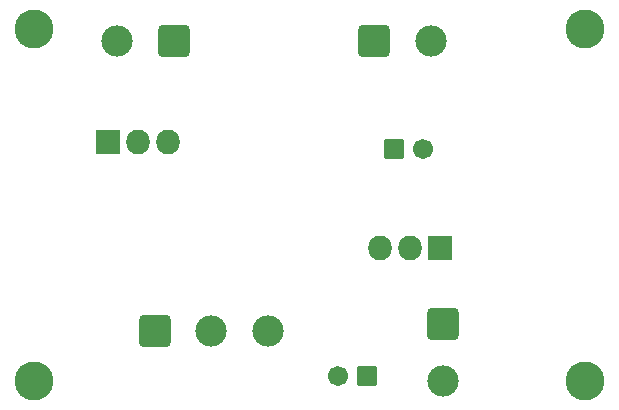
<source format=gbr>
%TF.GenerationSoftware,KiCad,Pcbnew,(6.0.10)*%
%TF.CreationDate,2023-01-14T17:08:10-08:00*%
%TF.ProjectId,power,706f7765-722e-46b6-9963-61645f706362,rev?*%
%TF.SameCoordinates,PX62fdcc0PY7270e00*%
%TF.FileFunction,Soldermask,Bot*%
%TF.FilePolarity,Negative*%
%FSLAX46Y46*%
G04 Gerber Fmt 4.6, Leading zero omitted, Abs format (unit mm)*
G04 Created by KiCad (PCBNEW (6.0.10)) date 2023-01-14 17:08:10*
%MOMM*%
%LPD*%
G01*
G04 APERTURE LIST*
G04 Aperture macros list*
%AMRoundRect*
0 Rectangle with rounded corners*
0 $1 Rounding radius*
0 $2 $3 $4 $5 $6 $7 $8 $9 X,Y pos of 4 corners*
0 Add a 4 corners polygon primitive as box body*
4,1,4,$2,$3,$4,$5,$6,$7,$8,$9,$2,$3,0*
0 Add four circle primitives for the rounded corners*
1,1,$1+$1,$2,$3*
1,1,$1+$1,$4,$5*
1,1,$1+$1,$6,$7*
1,1,$1+$1,$8,$9*
0 Add four rect primitives between the rounded corners*
20,1,$1+$1,$2,$3,$4,$5,0*
20,1,$1+$1,$4,$5,$6,$7,0*
20,1,$1+$1,$6,$7,$8,$9,0*
20,1,$1+$1,$8,$9,$2,$3,0*%
G04 Aperture macros list end*
%ADD10C,3.301600*%
%ADD11C,2.651600*%
%ADD12RoundRect,0.300799X-1.025001X1.025001X-1.025001X-1.025001X1.025001X-1.025001X1.025001X1.025001X0*%
%ADD13RoundRect,0.300799X-1.025001X-1.025001X1.025001X-1.025001X1.025001X1.025001X-1.025001X1.025001X0*%
%ADD14RoundRect,0.300799X1.025001X1.025001X-1.025001X1.025001X-1.025001X-1.025001X1.025001X-1.025001X0*%
%ADD15C,1.701600*%
%ADD16RoundRect,0.050800X0.800000X0.800000X-0.800000X0.800000X-0.800000X-0.800000X0.800000X-0.800000X0*%
%ADD17O,2.006600X2.101600*%
%ADD18RoundRect,0.050800X-0.952500X-1.000000X0.952500X-1.000000X0.952500X1.000000X-0.952500X1.000000X0*%
%ADD19RoundRect,0.050800X0.952500X1.000000X-0.952500X1.000000X-0.952500X-1.000000X0.952500X-1.000000X0*%
%ADD20RoundRect,0.050800X-0.800000X-0.800000X0.800000X-0.800000X0.800000X0.800000X-0.800000X0.800000X0*%
G04 APERTURE END LIST*
D10*
%TO.C,REF2*%
X51800000Y34600000D03*
%TD*%
%TO.C,REF4*%
X51800000Y4800000D03*
%TD*%
%TO.C,REF3*%
X5200000Y4800000D03*
%TD*%
%TO.C,REF1*%
X5200000Y34600000D03*
%TD*%
D11*
%TO.C,J4*%
X39800000Y4800000D03*
D12*
X39800000Y9600000D03*
%TD*%
D11*
%TO.C,J3*%
X38800000Y33600000D03*
D13*
X34000000Y33600000D03*
%TD*%
D11*
%TO.C,J2*%
X25000000Y9000000D03*
X20200000Y9000000D03*
D13*
X15400000Y9000000D03*
%TD*%
D11*
%TO.C,J1*%
X12200000Y33600000D03*
D14*
X17000000Y33600000D03*
%TD*%
D15*
%TO.C,C3*%
X30900000Y5200000D03*
D16*
X33400000Y5200000D03*
%TD*%
D17*
%TO.C,Q1*%
X16540000Y25000000D03*
X14000000Y25000000D03*
D18*
X11460000Y25000000D03*
%TD*%
D17*
%TO.C,U1*%
X34460000Y16000000D03*
X37000000Y16000000D03*
D19*
X39540000Y16000000D03*
%TD*%
D15*
%TO.C,C1*%
X38138606Y24400000D03*
D20*
X35638606Y24400000D03*
%TD*%
M02*

</source>
